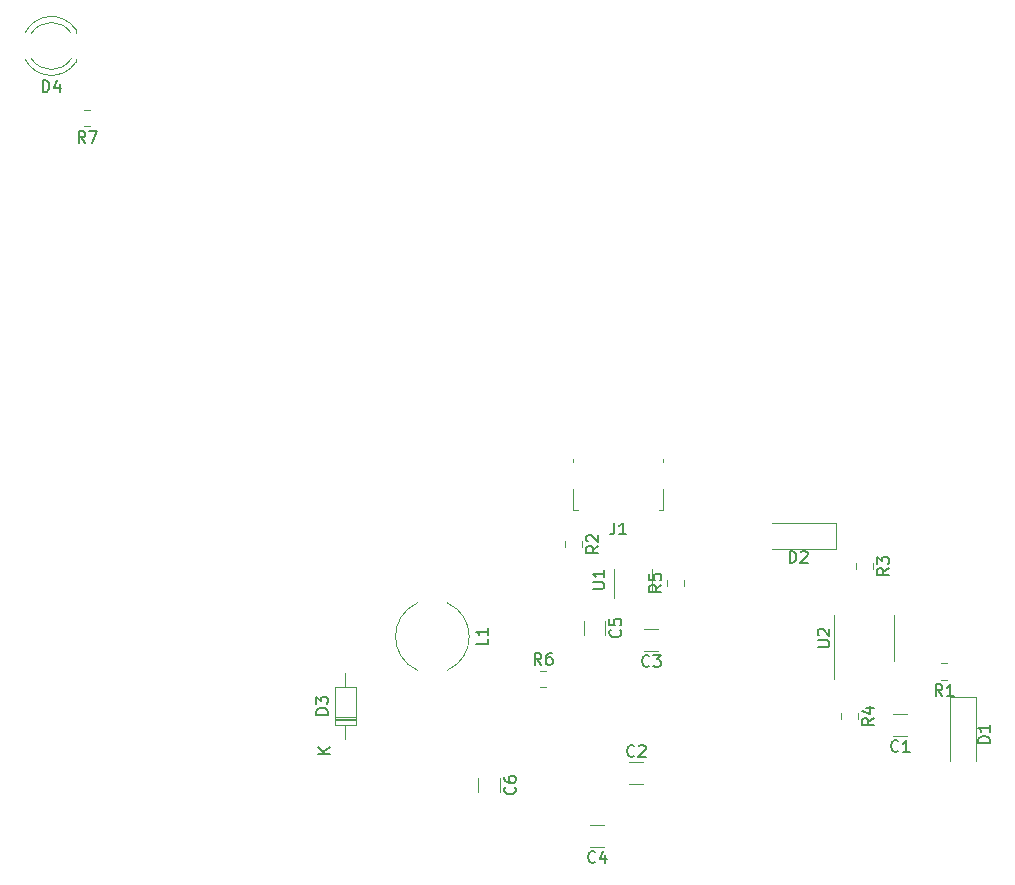
<source format=gbr>
%TF.GenerationSoftware,KiCad,Pcbnew,(5.99.0-11498-g1a301d8eea)*%
%TF.CreationDate,2021-09-08T01:16:22+03:00*%
%TF.ProjectId,f,662e6b69-6361-4645-9f70-636258585858,rev?*%
%TF.SameCoordinates,Original*%
%TF.FileFunction,Legend,Top*%
%TF.FilePolarity,Positive*%
%FSLAX46Y46*%
G04 Gerber Fmt 4.6, Leading zero omitted, Abs format (unit mm)*
G04 Created by KiCad (PCBNEW (5.99.0-11498-g1a301d8eea)) date 2021-09-08 01:16:22*
%MOMM*%
%LPD*%
G01*
G04 APERTURE LIST*
%ADD10C,0.150000*%
%ADD11C,0.120000*%
G04 APERTURE END LIST*
D10*
%TO.C,D4*%
X67587904Y-51918380D02*
X67587904Y-50918380D01*
X67826000Y-50918380D01*
X67968857Y-50966000D01*
X68064095Y-51061238D01*
X68111714Y-51156476D01*
X68159333Y-51346952D01*
X68159333Y-51489809D01*
X68111714Y-51680285D01*
X68064095Y-51775523D01*
X67968857Y-51870761D01*
X67826000Y-51918380D01*
X67587904Y-51918380D01*
X69016476Y-51251714D02*
X69016476Y-51918380D01*
X68778380Y-50870761D02*
X68540285Y-51585047D01*
X69159333Y-51585047D01*
%TO.C,C3*%
X118959333Y-100475142D02*
X118911714Y-100522761D01*
X118768857Y-100570380D01*
X118673619Y-100570380D01*
X118530761Y-100522761D01*
X118435523Y-100427523D01*
X118387904Y-100332285D01*
X118340285Y-100141809D01*
X118340285Y-99998952D01*
X118387904Y-99808476D01*
X118435523Y-99713238D01*
X118530761Y-99618000D01*
X118673619Y-99570380D01*
X118768857Y-99570380D01*
X118911714Y-99618000D01*
X118959333Y-99665619D01*
X119292666Y-99570380D02*
X119911714Y-99570380D01*
X119578380Y-99951333D01*
X119721238Y-99951333D01*
X119816476Y-99998952D01*
X119864095Y-100046571D01*
X119911714Y-100141809D01*
X119911714Y-100379904D01*
X119864095Y-100475142D01*
X119816476Y-100522761D01*
X119721238Y-100570380D01*
X119435523Y-100570380D01*
X119340285Y-100522761D01*
X119292666Y-100475142D01*
%TO.C,D3*%
X91750380Y-104624095D02*
X90750380Y-104624095D01*
X90750380Y-104386000D01*
X90798000Y-104243142D01*
X90893238Y-104147904D01*
X90988476Y-104100285D01*
X91178952Y-104052666D01*
X91321809Y-104052666D01*
X91512285Y-104100285D01*
X91607523Y-104147904D01*
X91702761Y-104243142D01*
X91750380Y-104386000D01*
X91750380Y-104624095D01*
X90750380Y-103719333D02*
X90750380Y-103100285D01*
X91131333Y-103433619D01*
X91131333Y-103290761D01*
X91178952Y-103195523D01*
X91226571Y-103147904D01*
X91321809Y-103100285D01*
X91559904Y-103100285D01*
X91655142Y-103147904D01*
X91702761Y-103195523D01*
X91750380Y-103290761D01*
X91750380Y-103576476D01*
X91702761Y-103671714D01*
X91655142Y-103719333D01*
X91920380Y-107957904D02*
X90920380Y-107957904D01*
X91920380Y-107386476D02*
X91348952Y-107815047D01*
X90920380Y-107386476D02*
X91491809Y-107957904D01*
%TO.C,R6*%
X109815333Y-100402380D02*
X109482000Y-99926190D01*
X109243904Y-100402380D02*
X109243904Y-99402380D01*
X109624857Y-99402380D01*
X109720095Y-99450000D01*
X109767714Y-99497619D01*
X109815333Y-99592857D01*
X109815333Y-99735714D01*
X109767714Y-99830952D01*
X109720095Y-99878571D01*
X109624857Y-99926190D01*
X109243904Y-99926190D01*
X110672476Y-99402380D02*
X110482000Y-99402380D01*
X110386761Y-99450000D01*
X110339142Y-99497619D01*
X110243904Y-99640476D01*
X110196285Y-99830952D01*
X110196285Y-100211904D01*
X110243904Y-100307142D01*
X110291523Y-100354761D01*
X110386761Y-100402380D01*
X110577238Y-100402380D01*
X110672476Y-100354761D01*
X110720095Y-100307142D01*
X110767714Y-100211904D01*
X110767714Y-99973809D01*
X110720095Y-99878571D01*
X110672476Y-99830952D01*
X110577238Y-99783333D01*
X110386761Y-99783333D01*
X110291523Y-99830952D01*
X110243904Y-99878571D01*
X110196285Y-99973809D01*
%TO.C,C2*%
X117676272Y-108115867D02*
X117628653Y-108163486D01*
X117485796Y-108211105D01*
X117390558Y-108211105D01*
X117247700Y-108163486D01*
X117152462Y-108068248D01*
X117104843Y-107973010D01*
X117057224Y-107782534D01*
X117057224Y-107639677D01*
X117104843Y-107449201D01*
X117152462Y-107353963D01*
X117247700Y-107258725D01*
X117390558Y-107211105D01*
X117485796Y-107211105D01*
X117628653Y-107258725D01*
X117676272Y-107306344D01*
X118057224Y-107306344D02*
X118104843Y-107258725D01*
X118200081Y-107211105D01*
X118438177Y-107211105D01*
X118533415Y-107258725D01*
X118581034Y-107306344D01*
X118628653Y-107401582D01*
X118628653Y-107496820D01*
X118581034Y-107639677D01*
X118009605Y-108211105D01*
X118628653Y-108211105D01*
%TO.C,R4*%
X137979319Y-104919391D02*
X137503129Y-105252725D01*
X137979319Y-105490820D02*
X136979319Y-105490820D01*
X136979319Y-105109867D01*
X137026939Y-105014629D01*
X137074558Y-104967010D01*
X137169796Y-104919391D01*
X137312653Y-104919391D01*
X137407891Y-104967010D01*
X137455510Y-105014629D01*
X137503129Y-105109867D01*
X137503129Y-105490820D01*
X137312653Y-104062248D02*
X137979319Y-104062248D01*
X136931700Y-104300344D02*
X137645986Y-104538439D01*
X137645986Y-103919391D01*
%TO.C,R5*%
X119960380Y-93638666D02*
X119484190Y-93972000D01*
X119960380Y-94210095D02*
X118960380Y-94210095D01*
X118960380Y-93829142D01*
X119008000Y-93733904D01*
X119055619Y-93686285D01*
X119150857Y-93638666D01*
X119293714Y-93638666D01*
X119388952Y-93686285D01*
X119436571Y-93733904D01*
X119484190Y-93829142D01*
X119484190Y-94210095D01*
X118960380Y-92733904D02*
X118960380Y-93210095D01*
X119436571Y-93257714D01*
X119388952Y-93210095D01*
X119341333Y-93114857D01*
X119341333Y-92876761D01*
X119388952Y-92781523D01*
X119436571Y-92733904D01*
X119531809Y-92686285D01*
X119769904Y-92686285D01*
X119865142Y-92733904D01*
X119912761Y-92781523D01*
X119960380Y-92876761D01*
X119960380Y-93114857D01*
X119912761Y-93210095D01*
X119865142Y-93257714D01*
%TO.C,D1*%
X147781319Y-107021820D02*
X146781319Y-107021820D01*
X146781319Y-106783725D01*
X146828939Y-106640867D01*
X146924177Y-106545629D01*
X147019415Y-106498010D01*
X147209891Y-106450391D01*
X147352748Y-106450391D01*
X147543224Y-106498010D01*
X147638462Y-106545629D01*
X147733700Y-106640867D01*
X147781319Y-106783725D01*
X147781319Y-107021820D01*
X147781319Y-105498010D02*
X147781319Y-106069439D01*
X147781319Y-105783725D02*
X146781319Y-105783725D01*
X146924177Y-105878963D01*
X147019415Y-105974201D01*
X147067034Y-106069439D01*
%TO.C,R7*%
X71207333Y-56204380D02*
X70874000Y-55728190D01*
X70635904Y-56204380D02*
X70635904Y-55204380D01*
X71016857Y-55204380D01*
X71112095Y-55252000D01*
X71159714Y-55299619D01*
X71207333Y-55394857D01*
X71207333Y-55537714D01*
X71159714Y-55632952D01*
X71112095Y-55680571D01*
X71016857Y-55728190D01*
X70635904Y-55728190D01*
X71540666Y-55204380D02*
X72207333Y-55204380D01*
X71778761Y-56204380D01*
%TO.C,C4*%
X114374272Y-117089867D02*
X114326653Y-117137486D01*
X114183796Y-117185105D01*
X114088558Y-117185105D01*
X113945700Y-117137486D01*
X113850462Y-117042248D01*
X113802843Y-116947010D01*
X113755224Y-116756534D01*
X113755224Y-116613677D01*
X113802843Y-116423201D01*
X113850462Y-116327963D01*
X113945700Y-116232725D01*
X114088558Y-116185105D01*
X114183796Y-116185105D01*
X114326653Y-116232725D01*
X114374272Y-116280344D01*
X115231415Y-116518439D02*
X115231415Y-117185105D01*
X114993319Y-116137486D02*
X114755224Y-116851772D01*
X115374272Y-116851772D01*
%TO.C,D2*%
X130820843Y-91765105D02*
X130820843Y-90765105D01*
X131058939Y-90765105D01*
X131201796Y-90812725D01*
X131297034Y-90907963D01*
X131344653Y-91003201D01*
X131392272Y-91193677D01*
X131392272Y-91336534D01*
X131344653Y-91527010D01*
X131297034Y-91622248D01*
X131201796Y-91717486D01*
X131058939Y-91765105D01*
X130820843Y-91765105D01*
X131773224Y-90860344D02*
X131820843Y-90812725D01*
X131916081Y-90765105D01*
X132154177Y-90765105D01*
X132249415Y-90812725D01*
X132297034Y-90860344D01*
X132344653Y-90955582D01*
X132344653Y-91050820D01*
X132297034Y-91193677D01*
X131725605Y-91765105D01*
X132344653Y-91765105D01*
%TO.C,J1*%
X115985605Y-88363105D02*
X115985605Y-89077391D01*
X115937986Y-89220248D01*
X115842748Y-89315486D01*
X115699891Y-89363105D01*
X115604653Y-89363105D01*
X116985605Y-89363105D02*
X116414177Y-89363105D01*
X116699891Y-89363105D02*
X116699891Y-88363105D01*
X116604653Y-88505963D01*
X116509415Y-88601201D01*
X116414177Y-88648820D01*
%TO.C,C5*%
X116477142Y-97448666D02*
X116524761Y-97496285D01*
X116572380Y-97639142D01*
X116572380Y-97734380D01*
X116524761Y-97877238D01*
X116429523Y-97972476D01*
X116334285Y-98020095D01*
X116143809Y-98067714D01*
X116000952Y-98067714D01*
X115810476Y-98020095D01*
X115715238Y-97972476D01*
X115620000Y-97877238D01*
X115572380Y-97734380D01*
X115572380Y-97639142D01*
X115620000Y-97496285D01*
X115667619Y-97448666D01*
X115572380Y-96543904D02*
X115572380Y-97020095D01*
X116048571Y-97067714D01*
X116000952Y-97020095D01*
X115953333Y-96924857D01*
X115953333Y-96686761D01*
X116000952Y-96591523D01*
X116048571Y-96543904D01*
X116143809Y-96496285D01*
X116381904Y-96496285D01*
X116477142Y-96543904D01*
X116524761Y-96591523D01*
X116572380Y-96686761D01*
X116572380Y-96924857D01*
X116524761Y-97020095D01*
X116477142Y-97067714D01*
%TO.C,R1*%
X143759772Y-103045105D02*
X143426439Y-102568915D01*
X143188343Y-103045105D02*
X143188343Y-102045105D01*
X143569296Y-102045105D01*
X143664534Y-102092725D01*
X143712153Y-102140344D01*
X143759772Y-102235582D01*
X143759772Y-102378439D01*
X143712153Y-102473677D01*
X143664534Y-102521296D01*
X143569296Y-102568915D01*
X143188343Y-102568915D01*
X144712153Y-103045105D02*
X144140724Y-103045105D01*
X144426439Y-103045105D02*
X144426439Y-102045105D01*
X144331200Y-102187963D01*
X144235962Y-102283201D01*
X144140724Y-102330820D01*
%TO.C,C6*%
X107574081Y-110761391D02*
X107621700Y-110809010D01*
X107669319Y-110951867D01*
X107669319Y-111047105D01*
X107621700Y-111189963D01*
X107526462Y-111285201D01*
X107431224Y-111332820D01*
X107240748Y-111380439D01*
X107097891Y-111380439D01*
X106907415Y-111332820D01*
X106812177Y-111285201D01*
X106716939Y-111189963D01*
X106669319Y-111047105D01*
X106669319Y-110951867D01*
X106716939Y-110809010D01*
X106764558Y-110761391D01*
X106669319Y-109904248D02*
X106669319Y-110094725D01*
X106716939Y-110189963D01*
X106764558Y-110237582D01*
X106907415Y-110332820D01*
X107097891Y-110380439D01*
X107478843Y-110380439D01*
X107574081Y-110332820D01*
X107621700Y-110285201D01*
X107669319Y-110189963D01*
X107669319Y-109999486D01*
X107621700Y-109904248D01*
X107574081Y-109856629D01*
X107478843Y-109809010D01*
X107240748Y-109809010D01*
X107145510Y-109856629D01*
X107097891Y-109904248D01*
X107050272Y-109999486D01*
X107050272Y-110189963D01*
X107097891Y-110285201D01*
X107145510Y-110332820D01*
X107240748Y-110380439D01*
%TO.C,U2*%
X133199319Y-98910629D02*
X134008843Y-98910629D01*
X134104081Y-98863010D01*
X134151700Y-98815391D01*
X134199319Y-98720153D01*
X134199319Y-98529677D01*
X134151700Y-98434439D01*
X134104081Y-98386820D01*
X134008843Y-98339201D01*
X133199319Y-98339201D01*
X133294558Y-97910629D02*
X133246939Y-97863010D01*
X133199319Y-97767772D01*
X133199319Y-97529677D01*
X133246939Y-97434439D01*
X133294558Y-97386820D01*
X133389796Y-97339201D01*
X133485034Y-97339201D01*
X133627891Y-97386820D01*
X134199319Y-97958248D01*
X134199319Y-97339201D01*
%TO.C,R3*%
X139249319Y-92219391D02*
X138773129Y-92552725D01*
X139249319Y-92790820D02*
X138249319Y-92790820D01*
X138249319Y-92409867D01*
X138296939Y-92314629D01*
X138344558Y-92267010D01*
X138439796Y-92219391D01*
X138582653Y-92219391D01*
X138677891Y-92267010D01*
X138725510Y-92314629D01*
X138773129Y-92409867D01*
X138773129Y-92790820D01*
X138249319Y-91886058D02*
X138249319Y-91267010D01*
X138630272Y-91600344D01*
X138630272Y-91457486D01*
X138677891Y-91362248D01*
X138725510Y-91314629D01*
X138820748Y-91267010D01*
X139058843Y-91267010D01*
X139154081Y-91314629D01*
X139201700Y-91362248D01*
X139249319Y-91457486D01*
X139249319Y-91743201D01*
X139201700Y-91838439D01*
X139154081Y-91886058D01*
%TO.C,L1*%
X105286380Y-98178666D02*
X105286380Y-98654857D01*
X104286380Y-98654857D01*
X105286380Y-97321523D02*
X105286380Y-97892952D01*
X105286380Y-97607238D02*
X104286380Y-97607238D01*
X104429238Y-97702476D01*
X104524476Y-97797714D01*
X104572095Y-97892952D01*
%TO.C,U1*%
X114154380Y-93979904D02*
X114963904Y-93979904D01*
X115059142Y-93932285D01*
X115106761Y-93884666D01*
X115154380Y-93789428D01*
X115154380Y-93598952D01*
X115106761Y-93503714D01*
X115059142Y-93456095D01*
X114963904Y-93408476D01*
X114154380Y-93408476D01*
X115154380Y-92408476D02*
X115154380Y-92979904D01*
X115154380Y-92694190D02*
X114154380Y-92694190D01*
X114297238Y-92789428D01*
X114392476Y-92884666D01*
X114440095Y-92979904D01*
%TO.C,C1*%
X140028272Y-107691867D02*
X139980653Y-107739486D01*
X139837796Y-107787105D01*
X139742558Y-107787105D01*
X139599700Y-107739486D01*
X139504462Y-107644248D01*
X139456843Y-107549010D01*
X139409224Y-107358534D01*
X139409224Y-107215677D01*
X139456843Y-107025201D01*
X139504462Y-106929963D01*
X139599700Y-106834725D01*
X139742558Y-106787105D01*
X139837796Y-106787105D01*
X139980653Y-106834725D01*
X140028272Y-106882344D01*
X140980653Y-107787105D02*
X140409224Y-107787105D01*
X140694939Y-107787105D02*
X140694939Y-106787105D01*
X140599700Y-106929963D01*
X140504462Y-107025201D01*
X140409224Y-107072820D01*
%TO.C,R2*%
X114624380Y-90336666D02*
X114148190Y-90670000D01*
X114624380Y-90908095D02*
X113624380Y-90908095D01*
X113624380Y-90527142D01*
X113672000Y-90431904D01*
X113719619Y-90384285D01*
X113814857Y-90336666D01*
X113957714Y-90336666D01*
X114052952Y-90384285D01*
X114100571Y-90431904D01*
X114148190Y-90527142D01*
X114148190Y-90908095D01*
X113719619Y-89955714D02*
X113672000Y-89908095D01*
X113624380Y-89812857D01*
X113624380Y-89574761D01*
X113672000Y-89479523D01*
X113719619Y-89431904D01*
X113814857Y-89384285D01*
X113910095Y-89384285D01*
X114052952Y-89431904D01*
X114624380Y-90003333D01*
X114624380Y-89384285D01*
D11*
%TO.C,D4*%
X66082758Y-49086724D02*
G75*
G03*
X70386000Y-49404749I2243242J1080724D01*
G01*
X66082758Y-46925276D02*
G75*
G02*
X70386000Y-46607251I2243242J-1080724D01*
G01*
X66643287Y-49086961D02*
G75*
G03*
X70009330Y-49086000I1682713J1080961D01*
G01*
X66643287Y-46925039D02*
G75*
G02*
X70009330Y-46926000I1682713J-1080961D01*
G01*
X70386000Y-49405000D02*
X70386000Y-49086000D01*
X70386000Y-46926000D02*
X70386000Y-46607000D01*
%TO.C,C3*%
X119728064Y-97388000D02*
X118523936Y-97388000D01*
X119728064Y-99208000D02*
X118523936Y-99208000D01*
%TO.C,D3*%
X92298000Y-104830000D02*
X94138000Y-104830000D01*
X94138000Y-105526000D02*
X94138000Y-102246000D01*
X93218000Y-106706000D02*
X93218000Y-105526000D01*
X92298000Y-105070000D02*
X94138000Y-105070000D01*
X92298000Y-104950000D02*
X94138000Y-104950000D01*
X92298000Y-102246000D02*
X92298000Y-105526000D01*
X92298000Y-105526000D02*
X94138000Y-105526000D01*
X94138000Y-102246000D02*
X92298000Y-102246000D01*
X93218000Y-101066000D02*
X93218000Y-102246000D01*
%TO.C,R6*%
X109723422Y-102310000D02*
X110240578Y-102310000D01*
X109723422Y-100890000D02*
X110240578Y-100890000D01*
%TO.C,C2*%
X117240875Y-108668725D02*
X118445003Y-108668725D01*
X117240875Y-110488725D02*
X118445003Y-110488725D01*
%TO.C,R4*%
X135166939Y-104494147D02*
X135166939Y-105011303D01*
X136586939Y-104494147D02*
X136586939Y-105011303D01*
%TO.C,R5*%
X121868000Y-93730578D02*
X121868000Y-93213422D01*
X120448000Y-93730578D02*
X120448000Y-93213422D01*
%TO.C,D1*%
X146638939Y-103123725D02*
X144418939Y-103123725D01*
X146638939Y-108533725D02*
X146638939Y-103123725D01*
X144418939Y-103123725D02*
X144418939Y-108533725D01*
%TO.C,R7*%
X71632578Y-53392000D02*
X71115422Y-53392000D01*
X71632578Y-54812000D02*
X71115422Y-54812000D01*
%TO.C,C4*%
X115143003Y-115822725D02*
X113938875Y-115822725D01*
X115143003Y-114002725D02*
X113938875Y-114002725D01*
%TO.C,D2*%
X129308939Y-90622725D02*
X134718939Y-90622725D01*
X134718939Y-90622725D02*
X134718939Y-88402725D01*
X134718939Y-88402725D02*
X129308939Y-88402725D01*
%TO.C,J1*%
X112508939Y-87320725D02*
X112508939Y-85550725D01*
X120128939Y-83010725D02*
X120128939Y-83270725D01*
X120128939Y-85550725D02*
X120128939Y-87320725D01*
X120128939Y-87320725D02*
X119748939Y-87320725D01*
X112508939Y-87320725D02*
X112888939Y-87320725D01*
X112508939Y-83270725D02*
X112508939Y-83010725D01*
%TO.C,C5*%
X115210000Y-96679936D02*
X115210000Y-97884064D01*
X113390000Y-96679936D02*
X113390000Y-97884064D01*
%TO.C,R1*%
X144185017Y-101652725D02*
X143667861Y-101652725D01*
X144185017Y-100232725D02*
X143667861Y-100232725D01*
%TO.C,C6*%
X106306939Y-109992661D02*
X106306939Y-111196789D01*
X104486939Y-109992661D02*
X104486939Y-111196789D01*
%TO.C,U2*%
X134586939Y-98148725D02*
X134586939Y-96198725D01*
X139706939Y-98148725D02*
X139706939Y-96198725D01*
X139706939Y-98148725D02*
X139706939Y-100098725D01*
X134586939Y-98148725D02*
X134586939Y-101598725D01*
%TO.C,R3*%
X137856939Y-91794147D02*
X137856939Y-92311303D01*
X136436939Y-91794147D02*
X136436939Y-92311303D01*
%TO.C,L1*%
X99324000Y-100866260D02*
G75*
G02*
X99324000Y-95157740I1260000J2854260D01*
G01*
X101844000Y-100866260D02*
G75*
G03*
X101844000Y-95157740I-1260000J2854260D01*
G01*
%TO.C,U1*%
X119212000Y-94118000D02*
X119212000Y-92318000D01*
X115992000Y-92318000D02*
X115992000Y-94768000D01*
%TO.C,C1*%
X140797003Y-106424725D02*
X139592875Y-106424725D01*
X140797003Y-104604725D02*
X139592875Y-104604725D01*
%TO.C,R2*%
X111812000Y-89911422D02*
X111812000Y-90428578D01*
X113232000Y-89911422D02*
X113232000Y-90428578D01*
%TD*%
M02*

</source>
